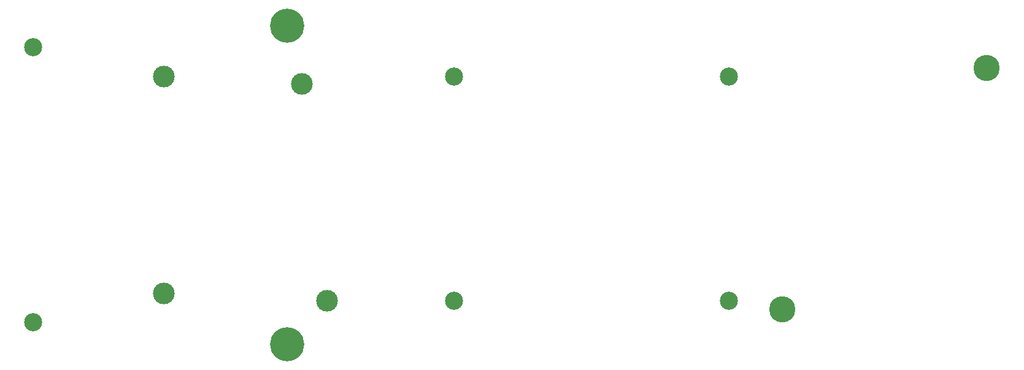
<source format=gbl>
G75*
G70*
%OFA0B0*%
%FSLAX24Y24*%
%IPPOS*%
%LPD*%
%AMOC8*
5,1,8,0,0,1.08239X$1,22.5*
%
%ADD10C,0.0984*%
%ADD11C,0.1424*%
%ADD12C,0.1857*%
%ADD13C,0.1181*%
D10*
X004093Y010782D03*
X026928Y011963D03*
X041889Y011963D03*
X041889Y024168D03*
X026928Y024168D03*
X004093Y025743D03*
D11*
X044763Y011491D03*
X055865Y024641D03*
D12*
X017873Y026924D03*
X017873Y009601D03*
D13*
X020038Y011963D03*
X011180Y012357D03*
X018660Y023774D03*
X011180Y024168D03*
M02*

</source>
